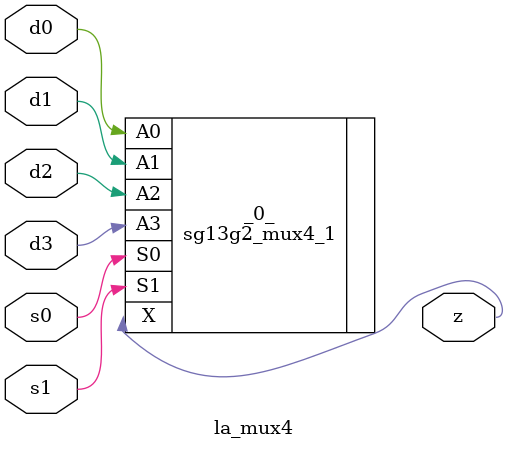
<source format=v>

/* Generated by Yosys 0.44 (git sha1 80ba43d26, g++ 11.4.0-1ubuntu1~22.04 -fPIC -O3) */

(* top =  1  *)
(* src = "generated" *)
(* keep_hierarchy *)
module la_mux4 (
    d0,
    d1,
    d2,
    d3,
    s0,
    s1,
    z
);
  (* src = "generated" *)
  input d0;
  wire d0;
  (* src = "generated" *)
  input d1;
  wire d1;
  (* src = "generated" *)
  input d2;
  wire d2;
  (* src = "generated" *)
  input d3;
  wire d3;
  (* src = "generated" *)
  input s0;
  wire s0;
  (* src = "generated" *)
  input s1;
  wire s1;
  (* src = "generated" *)
  output z;
  wire z;
  sg13g2_mux4_1 _0_ (
      .A0(d0),
      .A1(d1),
      .A2(d2),
      .A3(d3),
      .S0(s0),
      .S1(s1),
      .X (z)
  );
endmodule

</source>
